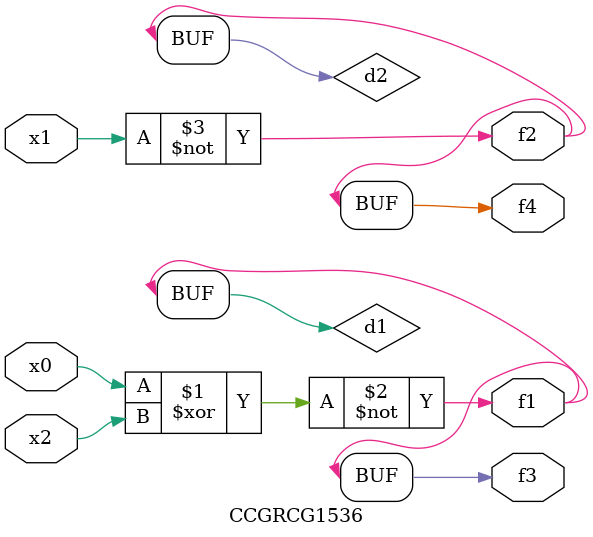
<source format=v>
module CCGRCG1536(
	input x0, x1, x2,
	output f1, f2, f3, f4
);

	wire d1, d2, d3;

	xnor (d1, x0, x2);
	nand (d2, x1);
	nor (d3, x1, x2);
	assign f1 = d1;
	assign f2 = d2;
	assign f3 = d1;
	assign f4 = d2;
endmodule

</source>
